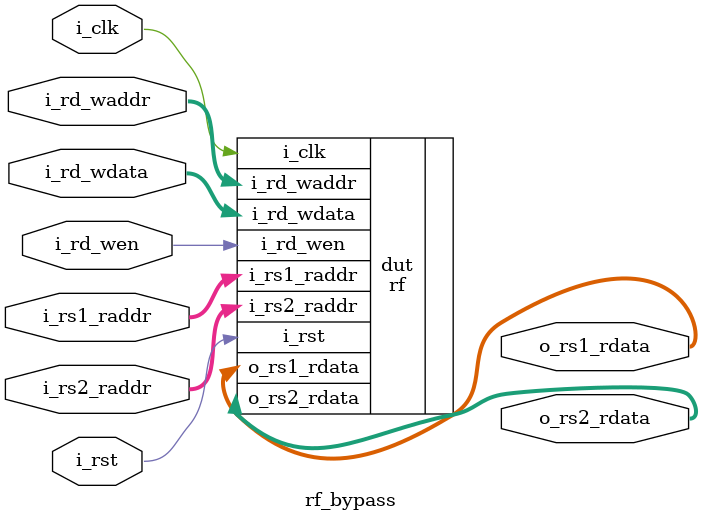
<source format=v>
`default_nettype none

module rf_nobypass (
    input  wire        i_clk,
    input  wire        i_rst,
    input  wire [ 4:0] i_rs1_raddr,
    output wire [31:0] o_rs1_rdata,
    input  wire [ 4:0] i_rs2_raddr,
    output wire [31:0] o_rs2_rdata,
    input  wire        i_rd_wen,
    input  wire [ 4:0] i_rd_waddr,
    input  wire [31:0] i_rd_wdata
);
    localparam BYPASS_EN = 0;

    rf #(.BYPASS_EN(0)) dut (
        .i_clk(i_clk),
        .i_rst(i_rst),
        .i_rs1_raddr(i_rs1_raddr),
        .o_rs1_rdata(o_rs1_rdata),
        .i_rs2_raddr(i_rs2_raddr),
        .o_rs2_rdata(o_rs2_rdata),
        .i_rd_wen(i_rd_wen),
        .i_rd_waddr(i_rd_waddr),
        .i_rd_wdata(i_rd_wdata)
    );
endmodule

module rf_bypass (
    input  wire        i_clk,
    input  wire        i_rst,
    input  wire [ 4:0] i_rs1_raddr,
    output wire [31:0] o_rs1_rdata,
    input  wire [ 4:0] i_rs2_raddr,
    output wire [31:0] o_rs2_rdata,
    input  wire        i_rd_wen,
    input  wire [ 4:0] i_rd_waddr,
    input  wire [31:0] i_rd_wdata
);
    localparam BYPASS_EN = 1;

    rf #(.BYPASS_EN(1)) dut (
        .i_clk(i_clk),
        .i_rst(i_rst),
        .i_rs1_raddr(i_rs1_raddr),
        .o_rs1_rdata(o_rs1_rdata),
        .i_rs2_raddr(i_rs2_raddr),
        .o_rs2_rdata(o_rs2_rdata),
        .i_rd_wen(i_rd_wen),
        .i_rd_waddr(i_rd_waddr),
        .i_rd_wdata(i_rd_wdata)
    );
endmodule

`default_nettype wire

</source>
